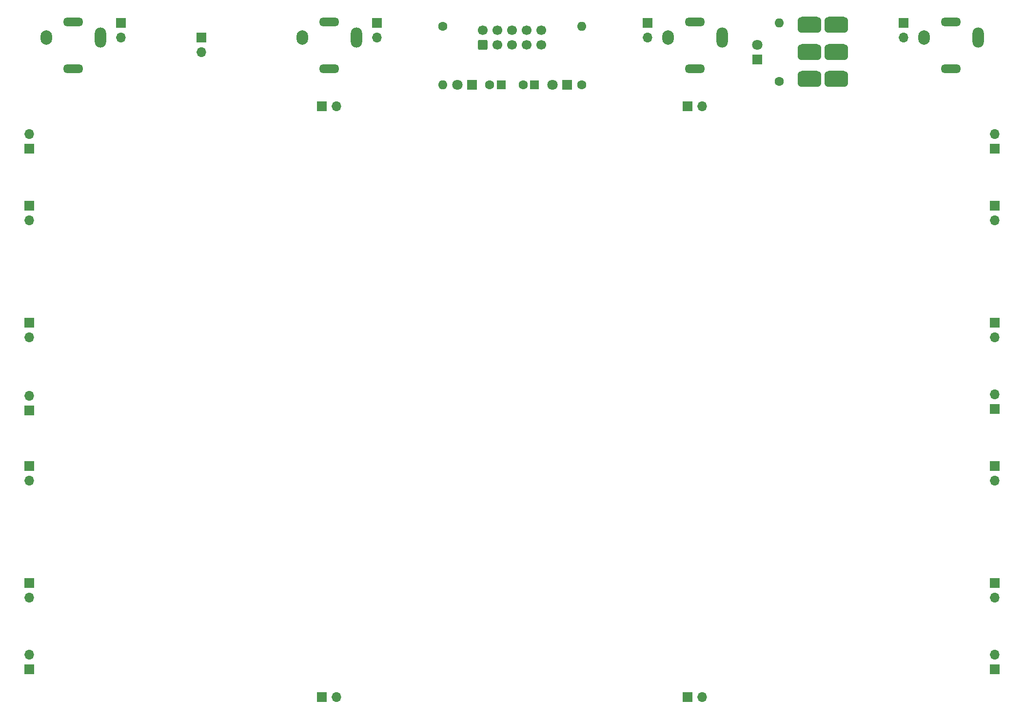
<source format=gbr>
%TF.GenerationSoftware,KiCad,Pcbnew,7.0.10-7.0.10~ubuntu22.04.1*%
%TF.CreationDate,2024-01-14T19:01:11-05:00*%
%TF.ProjectId,euro_2x,6575726f-5f32-4782-9e6b-696361645f70,rev?*%
%TF.SameCoordinates,Original*%
%TF.FileFunction,Soldermask,Top*%
%TF.FilePolarity,Negative*%
%FSLAX46Y46*%
G04 Gerber Fmt 4.6, Leading zero omitted, Abs format (unit mm)*
G04 Created by KiCad (PCBNEW 7.0.10-7.0.10~ubuntu22.04.1) date 2024-01-14 19:01:11*
%MOMM*%
%LPD*%
G01*
G04 APERTURE LIST*
G04 Aperture macros list*
%AMRoundRect*
0 Rectangle with rounded corners*
0 $1 Rounding radius*
0 $2 $3 $4 $5 $6 $7 $8 $9 X,Y pos of 4 corners*
0 Add a 4 corners polygon primitive as box body*
4,1,4,$2,$3,$4,$5,$6,$7,$8,$9,$2,$3,0*
0 Add four circle primitives for the rounded corners*
1,1,$1+$1,$2,$3*
1,1,$1+$1,$4,$5*
1,1,$1+$1,$6,$7*
1,1,$1+$1,$8,$9*
0 Add four rect primitives between the rounded corners*
20,1,$1+$1,$2,$3,$4,$5,0*
20,1,$1+$1,$4,$5,$6,$7,0*
20,1,$1+$1,$6,$7,$8,$9,0*
20,1,$1+$1,$8,$9,$2,$3,0*%
G04 Aperture macros list end*
%ADD10R,1.700000X1.700000*%
%ADD11O,1.700000X1.700000*%
%ADD12R,1.600000X1.600000*%
%ADD13C,1.600000*%
%ADD14R,1.800000X1.800000*%
%ADD15C,1.800000*%
%ADD16O,2.000000X3.500000*%
%ADD17O,2.000000X2.500000*%
%ADD18O,3.500000X1.500000*%
%ADD19RoundRect,0.250000X0.600000X-0.600000X0.600000X0.600000X-0.600000X0.600000X-0.600000X-0.600000X0*%
%ADD20C,1.700000*%
%ADD21RoundRect,0.698500X-1.333500X-0.698500X1.333500X-0.698500X1.333500X0.698500X-1.333500X0.698500X0*%
%ADD22O,1.600000X1.600000*%
G04 APERTURE END LIST*
D10*
%TO.C,J9*%
X68580000Y-100330000D03*
D11*
X68580000Y-97790000D03*
%TD*%
D10*
%TO.C,J23*%
X119380000Y-150114000D03*
D11*
X121920000Y-150114000D03*
%TD*%
D10*
%TO.C,J13*%
X236220000Y-85090000D03*
D11*
X236220000Y-87630000D03*
%TD*%
D10*
%TO.C,J7*%
X236220000Y-100076000D03*
D11*
X236220000Y-97536000D03*
%TD*%
D10*
%TO.C,JP1*%
X84455000Y-33020000D03*
D11*
X84455000Y-35560000D03*
%TD*%
D10*
%TO.C,JP2*%
X220345000Y-33020000D03*
D11*
X220345000Y-35560000D03*
%TD*%
D12*
%TO.C,C2*%
X150495000Y-43815000D03*
D13*
X148495000Y-43815000D03*
%TD*%
D10*
%TO.C,JP4*%
X175895000Y-33020000D03*
D11*
X175895000Y-35560000D03*
%TD*%
D10*
%TO.C,J14*%
X119380000Y-47498000D03*
D11*
X121920000Y-47498000D03*
%TD*%
D14*
%TO.C,D3*%
X194945000Y-39370000D03*
D15*
X194945000Y-36830000D03*
%TD*%
D10*
%TO.C,J24*%
X182880000Y-150114000D03*
D11*
X185420000Y-150114000D03*
%TD*%
D10*
%TO.C,J21*%
X68580000Y-109982000D03*
D11*
X68580000Y-112522000D03*
%TD*%
D10*
%TO.C,J22*%
X68580000Y-130302000D03*
D11*
X68580000Y-132842000D03*
%TD*%
D10*
%TO.C,JP3*%
X128905000Y-33020000D03*
D11*
X128905000Y-35560000D03*
%TD*%
D16*
%TO.C,J3*%
X233300000Y-35595000D03*
D17*
X223900000Y-35595000D03*
D18*
X228600000Y-40995000D03*
X228600000Y-32895000D03*
%TD*%
D10*
%TO.C,J8*%
X68580000Y-54864000D03*
D11*
X68580000Y-52324000D03*
%TD*%
D19*
%TO.C,J1*%
X147320000Y-36830000D03*
D20*
X147320000Y-34290000D03*
X149860000Y-36830000D03*
X149860000Y-34290000D03*
X152400000Y-36830000D03*
X152400000Y-34290000D03*
X154940000Y-36830000D03*
X154940000Y-34290000D03*
X157480000Y-36830000D03*
X157480000Y-34290000D03*
%TD*%
D14*
%TO.C,D2*%
X145415000Y-43815000D03*
D15*
X142875000Y-43815000D03*
%TD*%
D16*
%TO.C,J5*%
X188850000Y-35595000D03*
D17*
X179450000Y-35595000D03*
D18*
X184150000Y-40995000D03*
X184150000Y-32895000D03*
%TD*%
D21*
%TO.C,SW1*%
X204025500Y-33401000D03*
X204025500Y-38100000D03*
X204025500Y-42799000D03*
X208724500Y-33401000D03*
X208724500Y-38100000D03*
X208724500Y-42799000D03*
%TD*%
D16*
%TO.C,J2*%
X80900000Y-35595000D03*
D17*
X71500000Y-35595000D03*
D18*
X76200000Y-40995000D03*
X76200000Y-32895000D03*
%TD*%
D16*
%TO.C,J4*%
X125350000Y-35595000D03*
D17*
X115950000Y-35595000D03*
D18*
X120650000Y-40995000D03*
X120650000Y-32895000D03*
%TD*%
D10*
%TO.C,J12*%
X68580000Y-85090000D03*
D11*
X68580000Y-87630000D03*
%TD*%
D14*
%TO.C,D1*%
X161925000Y-43815000D03*
D15*
X159385000Y-43815000D03*
%TD*%
D10*
%TO.C,J17*%
X236220000Y-130302000D03*
D11*
X236220000Y-132842000D03*
%TD*%
D10*
%TO.C,J19*%
X236220000Y-145288000D03*
D11*
X236220000Y-142748000D03*
%TD*%
D10*
%TO.C,J20*%
X68580000Y-145288000D03*
D11*
X68580000Y-142748000D03*
%TD*%
D10*
%TO.C,J6*%
X236220000Y-54864000D03*
D11*
X236220000Y-52324000D03*
%TD*%
D10*
%TO.C,J18*%
X98425000Y-35560000D03*
D11*
X98425000Y-38100000D03*
%TD*%
D13*
%TO.C,R3*%
X198755000Y-43180000D03*
D22*
X198755000Y-33020000D03*
%TD*%
D10*
%TO.C,J15*%
X182880000Y-47498000D03*
D11*
X185420000Y-47498000D03*
%TD*%
D12*
%TO.C,C1*%
X156305000Y-43815000D03*
D13*
X154305000Y-43815000D03*
%TD*%
D10*
%TO.C,J11*%
X236220000Y-64770000D03*
D11*
X236220000Y-67310000D03*
%TD*%
D10*
%TO.C,J16*%
X236220000Y-109982000D03*
D11*
X236220000Y-112522000D03*
%TD*%
D10*
%TO.C,J10*%
X68580000Y-64770000D03*
D11*
X68580000Y-67310000D03*
%TD*%
D13*
%TO.C,R1*%
X164465000Y-43815000D03*
D22*
X164465000Y-33655000D03*
%TD*%
D13*
%TO.C,R2*%
X140335000Y-33655000D03*
D22*
X140335000Y-43815000D03*
%TD*%
M02*

</source>
